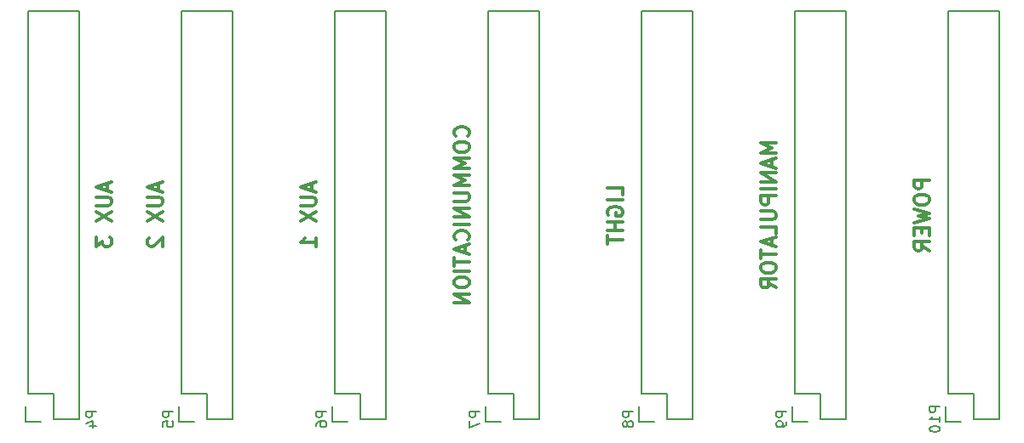
<source format=gbr>
G04 #@! TF.FileFunction,Legend,Bot*
%FSLAX46Y46*%
G04 Gerber Fmt 4.6, Leading zero omitted, Abs format (unit mm)*
G04 Created by KiCad (PCBNEW (after 2015-mar-04 BZR unknown)-product) date 23.07.2015 21:04:58*
%MOMM*%
G01*
G04 APERTURE LIST*
%ADD10C,0.100000*%
%ADD11C,0.300000*%
%ADD12C,0.150000*%
G04 APERTURE END LIST*
D10*
D11*
X131488571Y-86705714D02*
X129988571Y-86705714D01*
X129988571Y-87277142D01*
X130060000Y-87420000D01*
X130131429Y-87491428D01*
X130274286Y-87562857D01*
X130488571Y-87562857D01*
X130631429Y-87491428D01*
X130702857Y-87420000D01*
X130774286Y-87277142D01*
X130774286Y-86705714D01*
X129988571Y-88491428D02*
X129988571Y-88777142D01*
X130060000Y-88920000D01*
X130202857Y-89062857D01*
X130488571Y-89134285D01*
X130988571Y-89134285D01*
X131274286Y-89062857D01*
X131417143Y-88920000D01*
X131488571Y-88777142D01*
X131488571Y-88491428D01*
X131417143Y-88348571D01*
X131274286Y-88205714D01*
X130988571Y-88134285D01*
X130488571Y-88134285D01*
X130202857Y-88205714D01*
X130060000Y-88348571D01*
X129988571Y-88491428D01*
X129988571Y-89634286D02*
X131488571Y-89991429D01*
X130417143Y-90277143D01*
X131488571Y-90562857D01*
X129988571Y-90920000D01*
X130702857Y-91491429D02*
X130702857Y-91991429D01*
X131488571Y-92205715D02*
X131488571Y-91491429D01*
X129988571Y-91491429D01*
X129988571Y-92205715D01*
X131488571Y-93705715D02*
X130774286Y-93205715D01*
X131488571Y-92848572D02*
X129988571Y-92848572D01*
X129988571Y-93420000D01*
X130060000Y-93562858D01*
X130131429Y-93634286D01*
X130274286Y-93705715D01*
X130488571Y-93705715D01*
X130631429Y-93634286D01*
X130702857Y-93562858D01*
X130774286Y-93420000D01*
X130774286Y-92848572D01*
X116248571Y-82991428D02*
X114748571Y-82991428D01*
X115820000Y-83491428D01*
X114748571Y-83991428D01*
X116248571Y-83991428D01*
X115820000Y-84634285D02*
X115820000Y-85348571D01*
X116248571Y-84491428D02*
X114748571Y-84991428D01*
X116248571Y-85491428D01*
X116248571Y-85991428D02*
X114748571Y-85991428D01*
X116248571Y-86848571D01*
X114748571Y-86848571D01*
X116248571Y-87562857D02*
X114748571Y-87562857D01*
X116248571Y-88277143D02*
X114748571Y-88277143D01*
X114748571Y-88848571D01*
X114820000Y-88991429D01*
X114891429Y-89062857D01*
X115034286Y-89134286D01*
X115248571Y-89134286D01*
X115391429Y-89062857D01*
X115462857Y-88991429D01*
X115534286Y-88848571D01*
X115534286Y-88277143D01*
X114748571Y-89777143D02*
X115962857Y-89777143D01*
X116105714Y-89848571D01*
X116177143Y-89920000D01*
X116248571Y-90062857D01*
X116248571Y-90348571D01*
X116177143Y-90491429D01*
X116105714Y-90562857D01*
X115962857Y-90634286D01*
X114748571Y-90634286D01*
X116248571Y-92062858D02*
X116248571Y-91348572D01*
X114748571Y-91348572D01*
X115820000Y-92491429D02*
X115820000Y-93205715D01*
X116248571Y-92348572D02*
X114748571Y-92848572D01*
X116248571Y-93348572D01*
X114748571Y-93634286D02*
X114748571Y-94491429D01*
X116248571Y-94062858D02*
X114748571Y-94062858D01*
X114748571Y-95277143D02*
X114748571Y-95562857D01*
X114820000Y-95705715D01*
X114962857Y-95848572D01*
X115248571Y-95920000D01*
X115748571Y-95920000D01*
X116034286Y-95848572D01*
X116177143Y-95705715D01*
X116248571Y-95562857D01*
X116248571Y-95277143D01*
X116177143Y-95134286D01*
X116034286Y-94991429D01*
X115748571Y-94920000D01*
X115248571Y-94920000D01*
X114962857Y-94991429D01*
X114820000Y-95134286D01*
X114748571Y-95277143D01*
X116248571Y-97420001D02*
X115534286Y-96920001D01*
X116248571Y-96562858D02*
X114748571Y-96562858D01*
X114748571Y-97134286D01*
X114820000Y-97277144D01*
X114891429Y-97348572D01*
X115034286Y-97420001D01*
X115248571Y-97420001D01*
X115391429Y-97348572D01*
X115462857Y-97277144D01*
X115534286Y-97134286D01*
X115534286Y-96562858D01*
X101008571Y-88170000D02*
X101008571Y-87455714D01*
X99508571Y-87455714D01*
X101008571Y-88670000D02*
X99508571Y-88670000D01*
X99580000Y-90170000D02*
X99508571Y-90027143D01*
X99508571Y-89812857D01*
X99580000Y-89598572D01*
X99722857Y-89455714D01*
X99865714Y-89384286D01*
X100151429Y-89312857D01*
X100365714Y-89312857D01*
X100651429Y-89384286D01*
X100794286Y-89455714D01*
X100937143Y-89598572D01*
X101008571Y-89812857D01*
X101008571Y-89955714D01*
X100937143Y-90170000D01*
X100865714Y-90241429D01*
X100365714Y-90241429D01*
X100365714Y-89955714D01*
X101008571Y-90884286D02*
X99508571Y-90884286D01*
X100222857Y-90884286D02*
X100222857Y-91741429D01*
X101008571Y-91741429D02*
X99508571Y-91741429D01*
X99508571Y-92241429D02*
X99508571Y-93098572D01*
X101008571Y-92670001D02*
X99508571Y-92670001D01*
X85625714Y-82312856D02*
X85697143Y-82241427D01*
X85768571Y-82027141D01*
X85768571Y-81884284D01*
X85697143Y-81669999D01*
X85554286Y-81527141D01*
X85411429Y-81455713D01*
X85125714Y-81384284D01*
X84911429Y-81384284D01*
X84625714Y-81455713D01*
X84482857Y-81527141D01*
X84340000Y-81669999D01*
X84268571Y-81884284D01*
X84268571Y-82027141D01*
X84340000Y-82241427D01*
X84411429Y-82312856D01*
X84268571Y-83241427D02*
X84268571Y-83527141D01*
X84340000Y-83669999D01*
X84482857Y-83812856D01*
X84768571Y-83884284D01*
X85268571Y-83884284D01*
X85554286Y-83812856D01*
X85697143Y-83669999D01*
X85768571Y-83527141D01*
X85768571Y-83241427D01*
X85697143Y-83098570D01*
X85554286Y-82955713D01*
X85268571Y-82884284D01*
X84768571Y-82884284D01*
X84482857Y-82955713D01*
X84340000Y-83098570D01*
X84268571Y-83241427D01*
X85768571Y-84527142D02*
X84268571Y-84527142D01*
X85340000Y-85027142D01*
X84268571Y-85527142D01*
X85768571Y-85527142D01*
X85768571Y-86241428D02*
X84268571Y-86241428D01*
X85340000Y-86741428D01*
X84268571Y-87241428D01*
X85768571Y-87241428D01*
X84268571Y-87955714D02*
X85482857Y-87955714D01*
X85625714Y-88027142D01*
X85697143Y-88098571D01*
X85768571Y-88241428D01*
X85768571Y-88527142D01*
X85697143Y-88670000D01*
X85625714Y-88741428D01*
X85482857Y-88812857D01*
X84268571Y-88812857D01*
X85768571Y-89527143D02*
X84268571Y-89527143D01*
X85768571Y-90384286D01*
X84268571Y-90384286D01*
X85768571Y-91098572D02*
X84268571Y-91098572D01*
X85625714Y-92670001D02*
X85697143Y-92598572D01*
X85768571Y-92384286D01*
X85768571Y-92241429D01*
X85697143Y-92027144D01*
X85554286Y-91884286D01*
X85411429Y-91812858D01*
X85125714Y-91741429D01*
X84911429Y-91741429D01*
X84625714Y-91812858D01*
X84482857Y-91884286D01*
X84340000Y-92027144D01*
X84268571Y-92241429D01*
X84268571Y-92384286D01*
X84340000Y-92598572D01*
X84411429Y-92670001D01*
X85340000Y-93241429D02*
X85340000Y-93955715D01*
X85768571Y-93098572D02*
X84268571Y-93598572D01*
X85768571Y-94098572D01*
X84268571Y-94384286D02*
X84268571Y-95241429D01*
X85768571Y-94812858D02*
X84268571Y-94812858D01*
X85768571Y-95741429D02*
X84268571Y-95741429D01*
X84268571Y-96741429D02*
X84268571Y-97027143D01*
X84340000Y-97170001D01*
X84482857Y-97312858D01*
X84768571Y-97384286D01*
X85268571Y-97384286D01*
X85554286Y-97312858D01*
X85697143Y-97170001D01*
X85768571Y-97027143D01*
X85768571Y-96741429D01*
X85697143Y-96598572D01*
X85554286Y-96455715D01*
X85268571Y-96384286D01*
X84768571Y-96384286D01*
X84482857Y-96455715D01*
X84340000Y-96598572D01*
X84268571Y-96741429D01*
X85768571Y-98027144D02*
X84268571Y-98027144D01*
X85768571Y-98884287D01*
X84268571Y-98884287D01*
X70100000Y-87027143D02*
X70100000Y-87741429D01*
X70528571Y-86884286D02*
X69028571Y-87384286D01*
X70528571Y-87884286D01*
X69028571Y-88384286D02*
X70242857Y-88384286D01*
X70385714Y-88455714D01*
X70457143Y-88527143D01*
X70528571Y-88670000D01*
X70528571Y-88955714D01*
X70457143Y-89098572D01*
X70385714Y-89170000D01*
X70242857Y-89241429D01*
X69028571Y-89241429D01*
X69028571Y-89812858D02*
X70528571Y-90812858D01*
X69028571Y-90812858D02*
X70528571Y-89812858D01*
X70528571Y-93312857D02*
X70528571Y-92455714D01*
X70528571Y-92884286D02*
X69028571Y-92884286D01*
X69242857Y-92741429D01*
X69385714Y-92598571D01*
X69457143Y-92455714D01*
X54860000Y-87027143D02*
X54860000Y-87741429D01*
X55288571Y-86884286D02*
X53788571Y-87384286D01*
X55288571Y-87884286D01*
X53788571Y-88384286D02*
X55002857Y-88384286D01*
X55145714Y-88455714D01*
X55217143Y-88527143D01*
X55288571Y-88670000D01*
X55288571Y-88955714D01*
X55217143Y-89098572D01*
X55145714Y-89170000D01*
X55002857Y-89241429D01*
X53788571Y-89241429D01*
X53788571Y-89812858D02*
X55288571Y-90812858D01*
X53788571Y-90812858D02*
X55288571Y-89812858D01*
X53931429Y-92455714D02*
X53860000Y-92527143D01*
X53788571Y-92670000D01*
X53788571Y-93027143D01*
X53860000Y-93170000D01*
X53931429Y-93241429D01*
X54074286Y-93312857D01*
X54217143Y-93312857D01*
X54431429Y-93241429D01*
X55288571Y-92384286D01*
X55288571Y-93312857D01*
X49780000Y-87027143D02*
X49780000Y-87741429D01*
X50208571Y-86884286D02*
X48708571Y-87384286D01*
X50208571Y-87884286D01*
X48708571Y-88384286D02*
X49922857Y-88384286D01*
X50065714Y-88455714D01*
X50137143Y-88527143D01*
X50208571Y-88670000D01*
X50208571Y-88955714D01*
X50137143Y-89098572D01*
X50065714Y-89170000D01*
X49922857Y-89241429D01*
X48708571Y-89241429D01*
X48708571Y-89812858D02*
X50208571Y-90812858D01*
X48708571Y-90812858D02*
X50208571Y-89812858D01*
X48708571Y-92384286D02*
X48708571Y-93312857D01*
X49280000Y-92812857D01*
X49280000Y-93027143D01*
X49351429Y-93170000D01*
X49422857Y-93241429D01*
X49565714Y-93312857D01*
X49922857Y-93312857D01*
X50065714Y-93241429D01*
X50137143Y-93170000D01*
X50208571Y-93027143D01*
X50208571Y-92598571D01*
X50137143Y-92455714D01*
X50065714Y-92384286D01*
D12*
X46990000Y-69850000D02*
X46990000Y-110490000D01*
X41910000Y-107950000D02*
X41910000Y-69850000D01*
X46990000Y-69850000D02*
X41910000Y-69850000D01*
X46990000Y-110490000D02*
X44450000Y-110490000D01*
X43180000Y-110770000D02*
X41630000Y-110770000D01*
X44450000Y-110490000D02*
X44450000Y-107950000D01*
X44450000Y-107950000D02*
X41910000Y-107950000D01*
X41630000Y-110770000D02*
X41630000Y-109220000D01*
X62230000Y-69850000D02*
X62230000Y-110490000D01*
X57150000Y-107950000D02*
X57150000Y-69850000D01*
X62230000Y-69850000D02*
X57150000Y-69850000D01*
X62230000Y-110490000D02*
X59690000Y-110490000D01*
X58420000Y-110770000D02*
X56870000Y-110770000D01*
X59690000Y-110490000D02*
X59690000Y-107950000D01*
X59690000Y-107950000D02*
X57150000Y-107950000D01*
X56870000Y-110770000D02*
X56870000Y-109220000D01*
X77470000Y-69850000D02*
X77470000Y-110490000D01*
X72390000Y-107950000D02*
X72390000Y-69850000D01*
X77470000Y-69850000D02*
X72390000Y-69850000D01*
X77470000Y-110490000D02*
X74930000Y-110490000D01*
X73660000Y-110770000D02*
X72110000Y-110770000D01*
X74930000Y-110490000D02*
X74930000Y-107950000D01*
X74930000Y-107950000D02*
X72390000Y-107950000D01*
X72110000Y-110770000D02*
X72110000Y-109220000D01*
X92710000Y-69850000D02*
X92710000Y-110490000D01*
X87630000Y-107950000D02*
X87630000Y-69850000D01*
X92710000Y-69850000D02*
X87630000Y-69850000D01*
X92710000Y-110490000D02*
X90170000Y-110490000D01*
X88900000Y-110770000D02*
X87350000Y-110770000D01*
X90170000Y-110490000D02*
X90170000Y-107950000D01*
X90170000Y-107950000D02*
X87630000Y-107950000D01*
X87350000Y-110770000D02*
X87350000Y-109220000D01*
X107950000Y-69850000D02*
X107950000Y-110490000D01*
X102870000Y-107950000D02*
X102870000Y-69850000D01*
X107950000Y-69850000D02*
X102870000Y-69850000D01*
X107950000Y-110490000D02*
X105410000Y-110490000D01*
X104140000Y-110770000D02*
X102590000Y-110770000D01*
X105410000Y-110490000D02*
X105410000Y-107950000D01*
X105410000Y-107950000D02*
X102870000Y-107950000D01*
X102590000Y-110770000D02*
X102590000Y-109220000D01*
X123190000Y-69850000D02*
X123190000Y-110490000D01*
X118110000Y-107950000D02*
X118110000Y-69850000D01*
X123190000Y-69850000D02*
X118110000Y-69850000D01*
X123190000Y-110490000D02*
X120650000Y-110490000D01*
X119380000Y-110770000D02*
X117830000Y-110770000D01*
X120650000Y-110490000D02*
X120650000Y-107950000D01*
X120650000Y-107950000D02*
X118110000Y-107950000D01*
X117830000Y-110770000D02*
X117830000Y-109220000D01*
X138430000Y-69850000D02*
X138430000Y-110490000D01*
X133350000Y-107950000D02*
X133350000Y-69850000D01*
X138430000Y-69850000D02*
X133350000Y-69850000D01*
X138430000Y-110490000D02*
X135890000Y-110490000D01*
X134620000Y-110770000D02*
X133070000Y-110770000D01*
X135890000Y-110490000D02*
X135890000Y-107950000D01*
X135890000Y-107950000D02*
X133350000Y-107950000D01*
X133070000Y-110770000D02*
X133070000Y-109220000D01*
X48712381Y-109751905D02*
X47712381Y-109751905D01*
X47712381Y-110132858D01*
X47760000Y-110228096D01*
X47807619Y-110275715D01*
X47902857Y-110323334D01*
X48045714Y-110323334D01*
X48140952Y-110275715D01*
X48188571Y-110228096D01*
X48236190Y-110132858D01*
X48236190Y-109751905D01*
X48045714Y-111180477D02*
X48712381Y-111180477D01*
X47664762Y-110942381D02*
X48379048Y-110704286D01*
X48379048Y-111323334D01*
X56332381Y-109751905D02*
X55332381Y-109751905D01*
X55332381Y-110132858D01*
X55380000Y-110228096D01*
X55427619Y-110275715D01*
X55522857Y-110323334D01*
X55665714Y-110323334D01*
X55760952Y-110275715D01*
X55808571Y-110228096D01*
X55856190Y-110132858D01*
X55856190Y-109751905D01*
X55332381Y-111228096D02*
X55332381Y-110751905D01*
X55808571Y-110704286D01*
X55760952Y-110751905D01*
X55713333Y-110847143D01*
X55713333Y-111085239D01*
X55760952Y-111180477D01*
X55808571Y-111228096D01*
X55903810Y-111275715D01*
X56141905Y-111275715D01*
X56237143Y-111228096D01*
X56284762Y-111180477D01*
X56332381Y-111085239D01*
X56332381Y-110847143D01*
X56284762Y-110751905D01*
X56237143Y-110704286D01*
X71572381Y-109751905D02*
X70572381Y-109751905D01*
X70572381Y-110132858D01*
X70620000Y-110228096D01*
X70667619Y-110275715D01*
X70762857Y-110323334D01*
X70905714Y-110323334D01*
X71000952Y-110275715D01*
X71048571Y-110228096D01*
X71096190Y-110132858D01*
X71096190Y-109751905D01*
X70572381Y-111180477D02*
X70572381Y-110990000D01*
X70620000Y-110894762D01*
X70667619Y-110847143D01*
X70810476Y-110751905D01*
X71000952Y-110704286D01*
X71381905Y-110704286D01*
X71477143Y-110751905D01*
X71524762Y-110799524D01*
X71572381Y-110894762D01*
X71572381Y-111085239D01*
X71524762Y-111180477D01*
X71477143Y-111228096D01*
X71381905Y-111275715D01*
X71143810Y-111275715D01*
X71048571Y-111228096D01*
X71000952Y-111180477D01*
X70953333Y-111085239D01*
X70953333Y-110894762D01*
X71000952Y-110799524D01*
X71048571Y-110751905D01*
X71143810Y-110704286D01*
X86812381Y-109751905D02*
X85812381Y-109751905D01*
X85812381Y-110132858D01*
X85860000Y-110228096D01*
X85907619Y-110275715D01*
X86002857Y-110323334D01*
X86145714Y-110323334D01*
X86240952Y-110275715D01*
X86288571Y-110228096D01*
X86336190Y-110132858D01*
X86336190Y-109751905D01*
X85812381Y-110656667D02*
X85812381Y-111323334D01*
X86812381Y-110894762D01*
X102052381Y-109751905D02*
X101052381Y-109751905D01*
X101052381Y-110132858D01*
X101100000Y-110228096D01*
X101147619Y-110275715D01*
X101242857Y-110323334D01*
X101385714Y-110323334D01*
X101480952Y-110275715D01*
X101528571Y-110228096D01*
X101576190Y-110132858D01*
X101576190Y-109751905D01*
X101480952Y-110894762D02*
X101433333Y-110799524D01*
X101385714Y-110751905D01*
X101290476Y-110704286D01*
X101242857Y-110704286D01*
X101147619Y-110751905D01*
X101100000Y-110799524D01*
X101052381Y-110894762D01*
X101052381Y-111085239D01*
X101100000Y-111180477D01*
X101147619Y-111228096D01*
X101242857Y-111275715D01*
X101290476Y-111275715D01*
X101385714Y-111228096D01*
X101433333Y-111180477D01*
X101480952Y-111085239D01*
X101480952Y-110894762D01*
X101528571Y-110799524D01*
X101576190Y-110751905D01*
X101671429Y-110704286D01*
X101861905Y-110704286D01*
X101957143Y-110751905D01*
X102004762Y-110799524D01*
X102052381Y-110894762D01*
X102052381Y-111085239D01*
X102004762Y-111180477D01*
X101957143Y-111228096D01*
X101861905Y-111275715D01*
X101671429Y-111275715D01*
X101576190Y-111228096D01*
X101528571Y-111180477D01*
X101480952Y-111085239D01*
X117292381Y-109751905D02*
X116292381Y-109751905D01*
X116292381Y-110132858D01*
X116340000Y-110228096D01*
X116387619Y-110275715D01*
X116482857Y-110323334D01*
X116625714Y-110323334D01*
X116720952Y-110275715D01*
X116768571Y-110228096D01*
X116816190Y-110132858D01*
X116816190Y-109751905D01*
X117292381Y-110799524D02*
X117292381Y-110990000D01*
X117244762Y-111085239D01*
X117197143Y-111132858D01*
X117054286Y-111228096D01*
X116863810Y-111275715D01*
X116482857Y-111275715D01*
X116387619Y-111228096D01*
X116340000Y-111180477D01*
X116292381Y-111085239D01*
X116292381Y-110894762D01*
X116340000Y-110799524D01*
X116387619Y-110751905D01*
X116482857Y-110704286D01*
X116720952Y-110704286D01*
X116816190Y-110751905D01*
X116863810Y-110799524D01*
X116911429Y-110894762D01*
X116911429Y-111085239D01*
X116863810Y-111180477D01*
X116816190Y-111228096D01*
X116720952Y-111275715D01*
X132532381Y-109275714D02*
X131532381Y-109275714D01*
X131532381Y-109656667D01*
X131580000Y-109751905D01*
X131627619Y-109799524D01*
X131722857Y-109847143D01*
X131865714Y-109847143D01*
X131960952Y-109799524D01*
X132008571Y-109751905D01*
X132056190Y-109656667D01*
X132056190Y-109275714D01*
X132532381Y-110799524D02*
X132532381Y-110228095D01*
X132532381Y-110513809D02*
X131532381Y-110513809D01*
X131675238Y-110418571D01*
X131770476Y-110323333D01*
X131818095Y-110228095D01*
X131532381Y-111418571D02*
X131532381Y-111513810D01*
X131580000Y-111609048D01*
X131627619Y-111656667D01*
X131722857Y-111704286D01*
X131913333Y-111751905D01*
X132151429Y-111751905D01*
X132341905Y-111704286D01*
X132437143Y-111656667D01*
X132484762Y-111609048D01*
X132532381Y-111513810D01*
X132532381Y-111418571D01*
X132484762Y-111323333D01*
X132437143Y-111275714D01*
X132341905Y-111228095D01*
X132151429Y-111180476D01*
X131913333Y-111180476D01*
X131722857Y-111228095D01*
X131627619Y-111275714D01*
X131580000Y-111323333D01*
X131532381Y-111418571D01*
M02*

</source>
